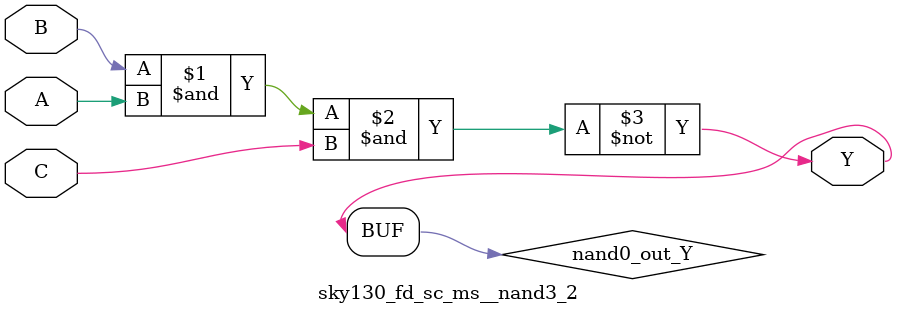
<source format=v>
module sky130_fd_sc_ms__nand3_2 (
    Y,
    A,
    B,
    C
);
    output Y;
    input  A;
    input  B;
    input  C;
    wire nand0_out_Y;
    nand nand0 (nand0_out_Y, B, A, C        );
    buf  buf0  (Y          , nand0_out_Y    );
endmodule
</source>
